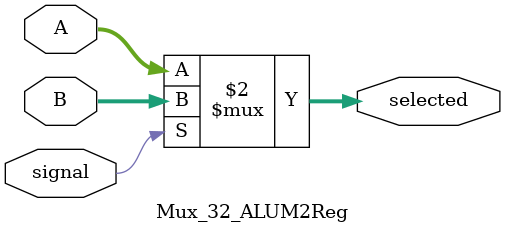
<source format=v>
`timescale 1ns / 1ps


module Mux_32_ALUM2Reg(signal, A, B, selected);
    input signal;
    input [31:0] A,B;
    output [31:0] selected;
    assign selected = (signal == 1'b0 ? A : B);
endmodule

</source>
